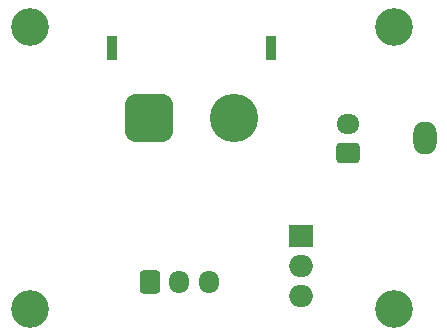
<source format=gbr>
%TF.GenerationSoftware,KiCad,Pcbnew,7.0.11-rc3*%
%TF.CreationDate,2025-03-25T15:56:03+09:00*%
%TF.ProjectId,RDC_Humanoid_Power_Relay_Switch,5244435f-4875-46d6-916e-6f69645f506f,rev?*%
%TF.SameCoordinates,Original*%
%TF.FileFunction,Soldermask,Bot*%
%TF.FilePolarity,Negative*%
%FSLAX46Y46*%
G04 Gerber Fmt 4.6, Leading zero omitted, Abs format (unit mm)*
G04 Created by KiCad (PCBNEW 7.0.11-rc3) date 2025-03-25 15:56:03*
%MOMM*%
%LPD*%
G01*
G04 APERTURE LIST*
G04 Aperture macros list*
%AMRoundRect*
0 Rectangle with rounded corners*
0 $1 Rounding radius*
0 $2 $3 $4 $5 $6 $7 $8 $9 X,Y pos of 4 corners*
0 Add a 4 corners polygon primitive as box body*
4,1,4,$2,$3,$4,$5,$6,$7,$8,$9,$2,$3,0*
0 Add four circle primitives for the rounded corners*
1,1,$1+$1,$2,$3*
1,1,$1+$1,$4,$5*
1,1,$1+$1,$6,$7*
1,1,$1+$1,$8,$9*
0 Add four rect primitives between the rounded corners*
20,1,$1+$1,$2,$3,$4,$5,0*
20,1,$1+$1,$4,$5,$6,$7,0*
20,1,$1+$1,$6,$7,$8,$9,0*
20,1,$1+$1,$8,$9,$2,$3,0*%
G04 Aperture macros list end*
%ADD10RoundRect,0.250000X-0.600000X-0.725000X0.600000X-0.725000X0.600000X0.725000X-0.600000X0.725000X0*%
%ADD11O,1.700000X1.950000*%
%ADD12C,3.200000*%
%ADD13O,2.000000X2.800000*%
%ADD14RoundRect,0.250000X0.725000X-0.600000X0.725000X0.600000X-0.725000X0.600000X-0.725000X-0.600000X0*%
%ADD15O,1.950000X1.700000*%
%ADD16R,0.900000X2.000000*%
%ADD17RoundRect,1.025000X-1.025000X-1.025000X1.025000X-1.025000X1.025000X1.025000X-1.025000X1.025000X0*%
%ADD18C,4.100000*%
%ADD19R,2.000000X1.905000*%
%ADD20O,2.000000X1.905000*%
G04 APERTURE END LIST*
D10*
%TO.C,J3*%
X53340000Y-59690000D03*
D11*
X55840000Y-59690000D03*
X58340000Y-59690000D03*
%TD*%
D12*
%TO.C,H3*%
X74000000Y-38100000D03*
%TD*%
D13*
%TO.C,J2*%
X76625000Y-47548800D03*
D14*
X70125000Y-48798800D03*
D15*
X70125000Y-46298800D03*
%TD*%
D16*
%TO.C,J1*%
X50120600Y-39859600D03*
X63620600Y-39859600D03*
D17*
X53270600Y-45859600D03*
D18*
X60470600Y-45859600D03*
%TD*%
D19*
%TO.C,Q1*%
X66136400Y-55778400D03*
D20*
X66136400Y-58318400D03*
X66136400Y-60858400D03*
%TD*%
D12*
%TO.C,H1*%
X43180000Y-38100000D03*
%TD*%
%TO.C,H2*%
X43180000Y-62000000D03*
%TD*%
%TO.C,H4*%
X74000000Y-62000000D03*
%TD*%
M02*

</source>
